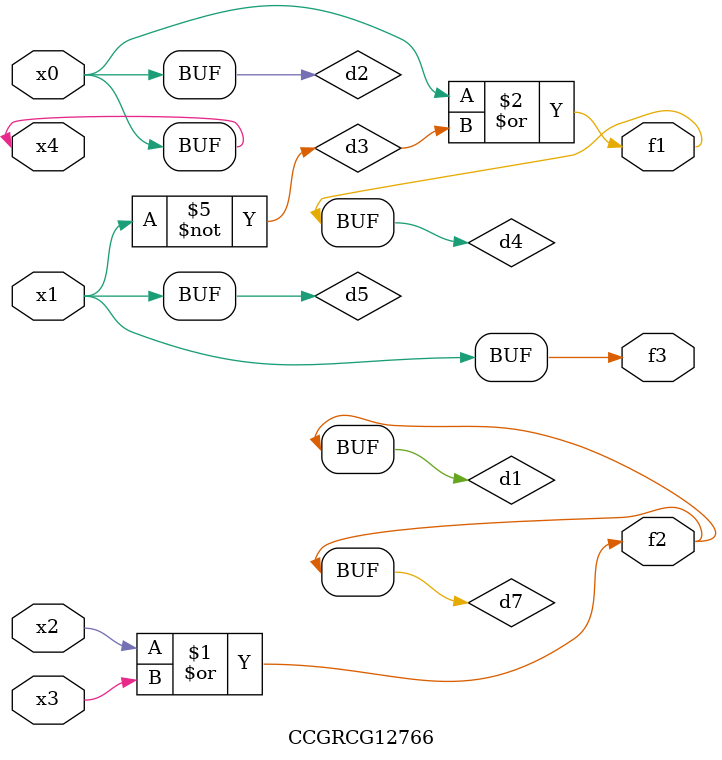
<source format=v>
module CCGRCG12766(
	input x0, x1, x2, x3, x4,
	output f1, f2, f3
);

	wire d1, d2, d3, d4, d5, d6, d7;

	or (d1, x2, x3);
	buf (d2, x0, x4);
	not (d3, x1);
	or (d4, d2, d3);
	not (d5, d3);
	nand (d6, d1, d3);
	or (d7, d1);
	assign f1 = d4;
	assign f2 = d7;
	assign f3 = d5;
endmodule

</source>
